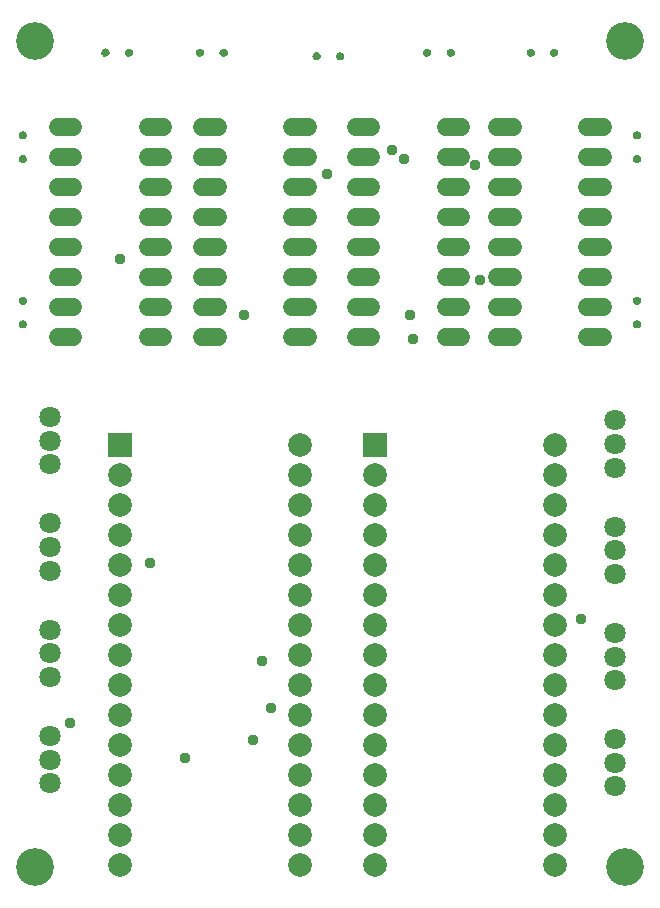
<source format=gbr>
G04 EAGLE Gerber RS-274X export*
G75*
%MOMM*%
%FSLAX34Y34*%
%LPD*%
%INSoldermask Top*%
%IPPOS*%
%AMOC8*
5,1,8,0,0,1.08239X$1,22.5*%
G01*
G04 Define Apertures*
%ADD10C,3.203200*%
%ADD11R,2.003200X2.003200*%
%ADD12C,2.003200*%
%ADD13C,1.524000*%
%ADD14C,1.803200*%
%ADD15C,0.959600*%
G36*
X43386Y510907D02*
X43505Y510000D01*
X43387Y509093D01*
X43037Y508247D01*
X42479Y507521D01*
X41753Y506964D01*
X40907Y506613D01*
X40000Y506495D01*
X39093Y506614D01*
X38247Y506964D01*
X37521Y507521D01*
X36964Y508247D01*
X36614Y509093D01*
X36495Y510000D01*
X36614Y510907D01*
X36964Y511753D01*
X37521Y512479D01*
X38247Y513036D01*
X39093Y513386D01*
X40000Y513505D01*
X40907Y513386D01*
X41753Y513036D01*
X42479Y512479D01*
X43036Y511753D01*
X43386Y510907D01*
G37*
G36*
X43386Y530907D02*
X43505Y530000D01*
X43387Y529093D01*
X43037Y528247D01*
X42479Y527521D01*
X41753Y526964D01*
X40907Y526613D01*
X40000Y526495D01*
X39093Y526614D01*
X38247Y526964D01*
X37521Y527521D01*
X36964Y528247D01*
X36614Y529093D01*
X36495Y530000D01*
X36614Y530907D01*
X36964Y531753D01*
X37521Y532479D01*
X38247Y533036D01*
X39093Y533386D01*
X40000Y533505D01*
X40907Y533386D01*
X41753Y533036D01*
X42479Y532479D01*
X43036Y531753D01*
X43386Y530907D01*
G37*
G36*
X43386Y650907D02*
X43505Y650000D01*
X43387Y649093D01*
X43037Y648247D01*
X42479Y647521D01*
X41753Y646964D01*
X40907Y646613D01*
X40000Y646495D01*
X39093Y646614D01*
X38247Y646964D01*
X37521Y647521D01*
X36964Y648247D01*
X36614Y649093D01*
X36495Y650000D01*
X36614Y650907D01*
X36964Y651753D01*
X37521Y652479D01*
X38247Y653036D01*
X39093Y653386D01*
X40000Y653505D01*
X40907Y653386D01*
X41753Y653036D01*
X42479Y652479D01*
X43036Y651753D01*
X43386Y650907D01*
G37*
G36*
X43386Y670907D02*
X43505Y670000D01*
X43387Y669093D01*
X43037Y668247D01*
X42479Y667521D01*
X41753Y666964D01*
X40907Y666613D01*
X40000Y666495D01*
X39093Y666614D01*
X38247Y666964D01*
X37521Y667521D01*
X36964Y668247D01*
X36614Y669093D01*
X36495Y670000D01*
X36614Y670907D01*
X36964Y671753D01*
X37521Y672479D01*
X38247Y673036D01*
X39093Y673386D01*
X40000Y673505D01*
X40907Y673386D01*
X41753Y673036D01*
X42479Y672479D01*
X43036Y671753D01*
X43386Y670907D01*
G37*
G36*
X110907Y736614D02*
X110000Y736495D01*
X109093Y736613D01*
X108247Y736964D01*
X107521Y737521D01*
X106964Y738247D01*
X106613Y739093D01*
X106495Y740000D01*
X106614Y740907D01*
X106964Y741753D01*
X107521Y742479D01*
X108247Y743036D01*
X109093Y743386D01*
X110000Y743505D01*
X110907Y743386D01*
X111753Y743036D01*
X112479Y742479D01*
X113036Y741753D01*
X113386Y740907D01*
X113505Y740000D01*
X113386Y739093D01*
X113036Y738247D01*
X112479Y737521D01*
X111753Y736964D01*
X110907Y736614D01*
G37*
G36*
X130907Y736614D02*
X130000Y736495D01*
X129093Y736613D01*
X128247Y736964D01*
X127521Y737521D01*
X126964Y738247D01*
X126613Y739093D01*
X126495Y740000D01*
X126614Y740907D01*
X126964Y741753D01*
X127521Y742479D01*
X128247Y743036D01*
X129093Y743386D01*
X130000Y743505D01*
X130907Y743386D01*
X131753Y743036D01*
X132479Y742479D01*
X133036Y741753D01*
X133386Y740907D01*
X133505Y740000D01*
X133386Y739093D01*
X133036Y738247D01*
X132479Y737521D01*
X131753Y736964D01*
X130907Y736614D01*
G37*
G36*
X190907Y736614D02*
X190000Y736495D01*
X189093Y736613D01*
X188247Y736964D01*
X187521Y737521D01*
X186964Y738247D01*
X186613Y739093D01*
X186495Y740000D01*
X186614Y740907D01*
X186964Y741753D01*
X187521Y742479D01*
X188247Y743036D01*
X189093Y743386D01*
X190000Y743505D01*
X190907Y743386D01*
X191753Y743036D01*
X192479Y742479D01*
X193036Y741753D01*
X193386Y740907D01*
X193505Y740000D01*
X193386Y739093D01*
X193036Y738247D01*
X192479Y737521D01*
X191753Y736964D01*
X190907Y736614D01*
G37*
G36*
X210907Y736614D02*
X210000Y736495D01*
X209093Y736613D01*
X208247Y736964D01*
X207521Y737521D01*
X206964Y738247D01*
X206613Y739093D01*
X206495Y740000D01*
X206614Y740907D01*
X206964Y741753D01*
X207521Y742479D01*
X208247Y743036D01*
X209093Y743386D01*
X210000Y743505D01*
X210907Y743386D01*
X211753Y743036D01*
X212479Y742479D01*
X213036Y741753D01*
X213386Y740907D01*
X213505Y740000D01*
X213386Y739093D01*
X213036Y738247D01*
X212479Y737521D01*
X211753Y736964D01*
X210907Y736614D01*
G37*
G36*
X289607Y733414D02*
X288700Y733295D01*
X287793Y733413D01*
X286947Y733764D01*
X286221Y734321D01*
X285664Y735047D01*
X285313Y735893D01*
X285195Y736800D01*
X285314Y737707D01*
X285664Y738553D01*
X286221Y739279D01*
X286947Y739836D01*
X287793Y740186D01*
X288700Y740305D01*
X289607Y740186D01*
X290453Y739836D01*
X291179Y739279D01*
X291736Y738553D01*
X292086Y737707D01*
X292205Y736800D01*
X292086Y735893D01*
X291736Y735047D01*
X291179Y734321D01*
X290453Y733764D01*
X289607Y733414D01*
G37*
G36*
X309607Y733414D02*
X308700Y733295D01*
X307793Y733413D01*
X306947Y733764D01*
X306221Y734321D01*
X305664Y735047D01*
X305313Y735893D01*
X305195Y736800D01*
X305314Y737707D01*
X305664Y738553D01*
X306221Y739279D01*
X306947Y739836D01*
X307793Y740186D01*
X308700Y740305D01*
X309607Y740186D01*
X310453Y739836D01*
X311179Y739279D01*
X311736Y738553D01*
X312086Y737707D01*
X312205Y736800D01*
X312086Y735893D01*
X311736Y735047D01*
X311179Y734321D01*
X310453Y733764D01*
X309607Y733414D01*
G37*
G36*
X383306Y736614D02*
X382399Y736495D01*
X381492Y736613D01*
X380646Y736964D01*
X379920Y737521D01*
X379363Y738247D01*
X379012Y739093D01*
X378894Y740000D01*
X379013Y740907D01*
X379363Y741753D01*
X379920Y742479D01*
X380646Y743036D01*
X381492Y743386D01*
X382399Y743505D01*
X383306Y743386D01*
X384152Y743036D01*
X384878Y742479D01*
X385435Y741753D01*
X385785Y740907D01*
X385904Y740000D01*
X385785Y739093D01*
X385435Y738247D01*
X384878Y737521D01*
X384152Y736964D01*
X383306Y736614D01*
G37*
G36*
X403306Y736614D02*
X402399Y736495D01*
X401492Y736613D01*
X400646Y736964D01*
X399920Y737521D01*
X399363Y738247D01*
X399012Y739093D01*
X398894Y740000D01*
X399013Y740907D01*
X399363Y741753D01*
X399920Y742479D01*
X400646Y743036D01*
X401492Y743386D01*
X402399Y743505D01*
X403306Y743386D01*
X404152Y743036D01*
X404878Y742479D01*
X405435Y741753D01*
X405785Y740907D01*
X405904Y740000D01*
X405785Y739093D01*
X405435Y738247D01*
X404878Y737521D01*
X404152Y736964D01*
X403306Y736614D01*
G37*
G36*
X470907Y736614D02*
X470000Y736495D01*
X469093Y736613D01*
X468247Y736964D01*
X467521Y737521D01*
X466964Y738247D01*
X466613Y739093D01*
X466495Y740000D01*
X466614Y740907D01*
X466964Y741753D01*
X467521Y742479D01*
X468247Y743036D01*
X469093Y743386D01*
X470000Y743505D01*
X470907Y743386D01*
X471753Y743036D01*
X472479Y742479D01*
X473036Y741753D01*
X473386Y740907D01*
X473505Y740000D01*
X473386Y739093D01*
X473036Y738247D01*
X472479Y737521D01*
X471753Y736964D01*
X470907Y736614D01*
G37*
G36*
X490907Y736614D02*
X490000Y736495D01*
X489093Y736613D01*
X488247Y736964D01*
X487521Y737521D01*
X486964Y738247D01*
X486613Y739093D01*
X486495Y740000D01*
X486614Y740907D01*
X486964Y741753D01*
X487521Y742479D01*
X488247Y743036D01*
X489093Y743386D01*
X490000Y743505D01*
X490907Y743386D01*
X491753Y743036D01*
X492479Y742479D01*
X493036Y741753D01*
X493386Y740907D01*
X493505Y740000D01*
X493386Y739093D01*
X493036Y738247D01*
X492479Y737521D01*
X491753Y736964D01*
X490907Y736614D01*
G37*
G36*
X556614Y509093D02*
X556495Y510000D01*
X556613Y510907D01*
X556964Y511753D01*
X557521Y512479D01*
X558247Y513037D01*
X559093Y513387D01*
X560000Y513505D01*
X560907Y513386D01*
X561753Y513036D01*
X562479Y512479D01*
X563036Y511753D01*
X563386Y510907D01*
X563505Y510000D01*
X563386Y509093D01*
X563036Y508247D01*
X562479Y507521D01*
X561753Y506964D01*
X560907Y506614D01*
X560000Y506495D01*
X559093Y506614D01*
X558247Y506964D01*
X557521Y507521D01*
X556964Y508247D01*
X556614Y509093D01*
G37*
G36*
X556614Y529093D02*
X556495Y530000D01*
X556613Y530907D01*
X556964Y531753D01*
X557521Y532479D01*
X558247Y533037D01*
X559093Y533387D01*
X560000Y533505D01*
X560907Y533386D01*
X561753Y533036D01*
X562479Y532479D01*
X563036Y531753D01*
X563386Y530907D01*
X563505Y530000D01*
X563386Y529093D01*
X563036Y528247D01*
X562479Y527521D01*
X561753Y526964D01*
X560907Y526614D01*
X560000Y526495D01*
X559093Y526614D01*
X558247Y526964D01*
X557521Y527521D01*
X556964Y528247D01*
X556614Y529093D01*
G37*
G36*
X556614Y649093D02*
X556495Y650000D01*
X556613Y650907D01*
X556964Y651753D01*
X557521Y652479D01*
X558247Y653037D01*
X559093Y653387D01*
X560000Y653505D01*
X560907Y653386D01*
X561753Y653036D01*
X562479Y652479D01*
X563036Y651753D01*
X563386Y650907D01*
X563505Y650000D01*
X563386Y649093D01*
X563036Y648247D01*
X562479Y647521D01*
X561753Y646964D01*
X560907Y646614D01*
X560000Y646495D01*
X559093Y646614D01*
X558247Y646964D01*
X557521Y647521D01*
X556964Y648247D01*
X556614Y649093D01*
G37*
G36*
X556614Y669093D02*
X556495Y670000D01*
X556613Y670907D01*
X556964Y671753D01*
X557521Y672479D01*
X558247Y673037D01*
X559093Y673387D01*
X560000Y673505D01*
X560907Y673386D01*
X561753Y673036D01*
X562479Y672479D01*
X563036Y671753D01*
X563386Y670907D01*
X563505Y670000D01*
X563386Y669093D01*
X563036Y668247D01*
X562479Y667521D01*
X561753Y666964D01*
X560907Y666614D01*
X560000Y666495D01*
X559093Y666614D01*
X558247Y666964D01*
X557521Y667521D01*
X556964Y668247D01*
X556614Y669093D01*
G37*
D10*
X550000Y750000D03*
X50000Y750000D03*
X50000Y50000D03*
X550000Y50000D03*
D11*
X122400Y407400D03*
D12*
X122400Y382000D03*
X122400Y356600D03*
X122400Y331200D03*
X122400Y305800D03*
X122400Y280400D03*
X122400Y255000D03*
X122400Y229600D03*
X122400Y204200D03*
X122400Y178800D03*
X122400Y153400D03*
X122400Y128000D03*
X122400Y102600D03*
X122400Y77200D03*
X122400Y51800D03*
X274800Y51800D03*
X274800Y77200D03*
X274800Y102600D03*
X274800Y128000D03*
X274800Y153400D03*
X274800Y178800D03*
X274800Y204200D03*
X274800Y229600D03*
X274800Y255000D03*
X274800Y280400D03*
X274800Y305800D03*
X274800Y331200D03*
X274800Y356600D03*
X274800Y382000D03*
X274800Y407400D03*
D13*
X159004Y499000D02*
X145796Y499000D01*
X145796Y524400D02*
X159004Y524400D01*
X159004Y651400D02*
X145796Y651400D01*
X145796Y676800D02*
X159004Y676800D01*
X159004Y549800D02*
X145796Y549800D01*
X145796Y575200D02*
X159004Y575200D01*
X159004Y626000D02*
X145796Y626000D01*
X145796Y600600D02*
X159004Y600600D01*
X82804Y676800D02*
X69596Y676800D01*
X69596Y651400D02*
X82804Y651400D01*
X82804Y626000D02*
X69596Y626000D01*
X69596Y600600D02*
X82804Y600600D01*
X82804Y575200D02*
X69596Y575200D01*
X69596Y549800D02*
X82804Y549800D01*
X82804Y524400D02*
X69596Y524400D01*
X69596Y499000D02*
X82804Y499000D01*
X268196Y499000D02*
X281404Y499000D01*
X281404Y524400D02*
X268196Y524400D01*
X268196Y651400D02*
X281404Y651400D01*
X281404Y676800D02*
X268196Y676800D01*
X268196Y549800D02*
X281404Y549800D01*
X281404Y575200D02*
X268196Y575200D01*
X268196Y626000D02*
X281404Y626000D01*
X281404Y600600D02*
X268196Y600600D01*
X205204Y676800D02*
X191996Y676800D01*
X191996Y651400D02*
X205204Y651400D01*
X205204Y626000D02*
X191996Y626000D01*
X191996Y600600D02*
X205204Y600600D01*
X205204Y575200D02*
X191996Y575200D01*
X191996Y549800D02*
X205204Y549800D01*
X205204Y524400D02*
X191996Y524400D01*
X191996Y499000D02*
X205204Y499000D01*
D14*
X63150Y121400D03*
X63150Y141400D03*
X63150Y161400D03*
X63150Y211400D03*
X63150Y231400D03*
X63150Y251400D03*
X63150Y301400D03*
X63150Y321400D03*
X63150Y341400D03*
X63150Y391400D03*
X63150Y411400D03*
X63150Y431400D03*
D11*
X338300Y407400D03*
D12*
X338300Y382000D03*
X338300Y356600D03*
X338300Y331200D03*
X338300Y305800D03*
X338300Y280400D03*
X338300Y255000D03*
X338300Y229600D03*
X338300Y204200D03*
X338300Y178800D03*
X338300Y153400D03*
X338300Y128000D03*
X338300Y102600D03*
X338300Y77200D03*
X338300Y51800D03*
X490700Y51800D03*
X490700Y77200D03*
X490700Y102600D03*
X490700Y128000D03*
X490700Y153400D03*
X490700Y178800D03*
X490700Y204200D03*
X490700Y229600D03*
X490700Y255000D03*
X490700Y280400D03*
X490700Y305800D03*
X490700Y331200D03*
X490700Y356600D03*
X490700Y382000D03*
X490700Y407400D03*
D13*
X411104Y499000D02*
X397896Y499000D01*
X397896Y524400D02*
X411104Y524400D01*
X411104Y651400D02*
X397896Y651400D01*
X397896Y676800D02*
X411104Y676800D01*
X411104Y549800D02*
X397896Y549800D01*
X397896Y575200D02*
X411104Y575200D01*
X411104Y626000D02*
X397896Y626000D01*
X397896Y600600D02*
X411104Y600600D01*
X334904Y676800D02*
X321696Y676800D01*
X321696Y651400D02*
X334904Y651400D01*
X334904Y626000D02*
X321696Y626000D01*
X321696Y600600D02*
X334904Y600600D01*
X334904Y575200D02*
X321696Y575200D01*
X321696Y549800D02*
X334904Y549800D01*
X334904Y524400D02*
X321696Y524400D01*
X321696Y499000D02*
X334904Y499000D01*
X517596Y499000D02*
X530804Y499000D01*
X530804Y524400D02*
X517596Y524400D01*
X517596Y651400D02*
X530804Y651400D01*
X530804Y676800D02*
X517596Y676800D01*
X517596Y549800D02*
X530804Y549800D01*
X530804Y575200D02*
X517596Y575200D01*
X517596Y626000D02*
X530804Y626000D01*
X530804Y600600D02*
X517596Y600600D01*
X454604Y676800D02*
X441396Y676800D01*
X441396Y651400D02*
X454604Y651400D01*
X454604Y626000D02*
X441396Y626000D01*
X441396Y600600D02*
X454604Y600600D01*
X454604Y575200D02*
X441396Y575200D01*
X441396Y549800D02*
X454604Y549800D01*
X454604Y524400D02*
X441396Y524400D01*
X441396Y499000D02*
X454604Y499000D01*
D14*
X541150Y428600D03*
X541150Y408600D03*
X541150Y388600D03*
X541150Y338600D03*
X541150Y318600D03*
X541150Y298600D03*
X541150Y248600D03*
X541150Y228600D03*
X541150Y208600D03*
X541150Y158600D03*
X541150Y138600D03*
X541150Y118600D03*
D15*
X147500Y307500D03*
X242500Y225000D03*
X227500Y517500D03*
X80000Y172500D03*
X177500Y142500D03*
X235000Y157500D03*
X250000Y185000D03*
X122500Y565000D03*
X362500Y650000D03*
X370000Y497500D03*
X367500Y517500D03*
X352500Y657500D03*
X297500Y637500D03*
X422500Y645000D03*
X512500Y260000D03*
X427500Y547500D03*
M02*

</source>
